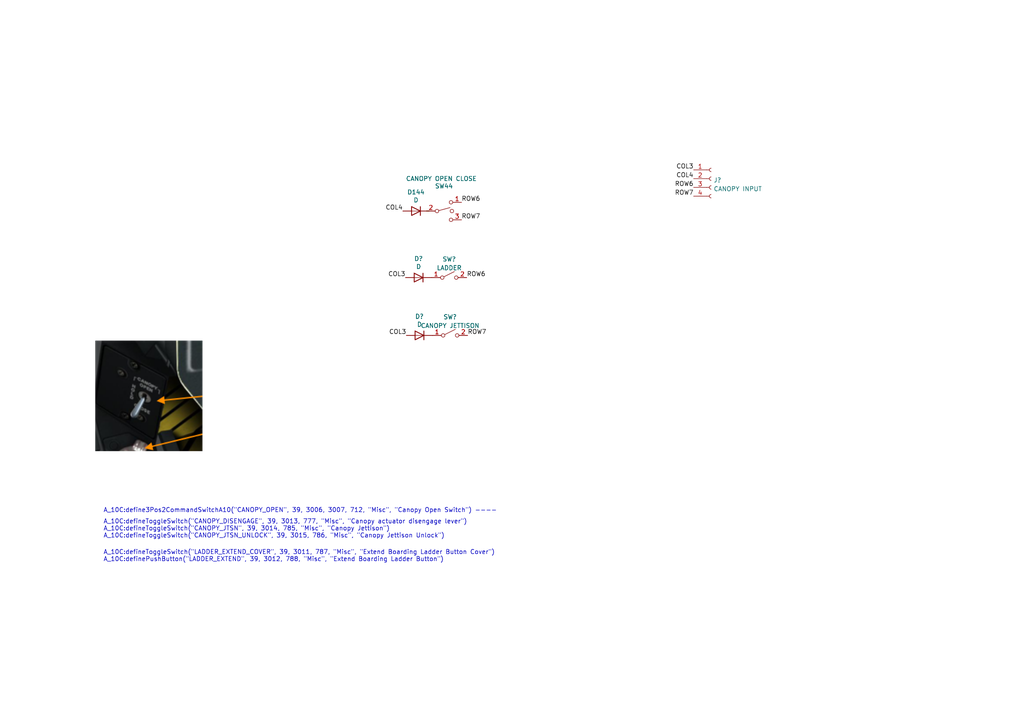
<source format=kicad_sch>
(kicad_sch (version 20230121) (generator eeschema)
  (paper "A4")
  (lib_symbols
    (symbol "Connector:Conn_01x04_Female" (pin_names (offset 1.016) hide)
      (property "Reference" "J" (at 0 5.08 0))
      (property "Value" "Conn_01x04_Female" (at 0 -7.62 0))
      (symbol "Conn_01x04_Female_1_1"
        (arc (start 0 -4.572) (mid -0.5058 -5.08) (end 0 -5.588) (stroke (width 0.1524)))
        (arc (start 0 -2.032) (mid -0.5058 -2.54) (end 0 -3.048) (stroke (width 0.1524)))
        (polyline (pts (xy -1.27 -5.08) (xy -0.508 -5.08)) (stroke (width 0.1524)))
        (polyline (pts (xy -1.27 -2.54) (xy -0.508 -2.54)) (stroke (width 0.1524)))
        (polyline (pts (xy -1.27 0) (xy -0.508 0)) (stroke (width 0.1524)))
        (polyline (pts (xy -1.27 2.54) (xy -0.508 2.54)) (stroke (width 0.1524)))
        (arc (start 0 0.508) (mid -0.5058 0) (end 0 -0.508) (stroke (width 0.1524)))
        (arc (start 0 3.048) (mid -0.5058 2.54) (end 0 2.032) (stroke (width 0.1524)))
        (pin passive line (at -5.08 2.54 0) (length 3.81) (name "Pin_1") (number "1"))
        (pin passive line (at -5.08 0 0) (length 3.81) (name "Pin_2") (number "2"))
        (pin passive line (at -5.08 -2.54 0) (length 3.81) (name "Pin_3") (number "3"))
        (pin passive line (at -5.08 -5.08 0) (length 3.81) (name "Pin_4") (number "4"))
      )
    )
    (symbol "Device:D" (pin_numbers hide) (pin_names (offset 1.016) hide)
      (property "Reference" "D" (at 0 2.54 0))
      (property "Value" "D" (at 0 -2.54 0))
      (symbol "D_0_1"
        (polyline (pts (xy -1.27 1.27) (xy -1.27 -1.27)) (stroke (width 0.254)))
        (polyline (pts (xy 1.27 0) (xy -1.27 0)))
        (polyline (pts (xy 1.27 1.27) (xy 1.27 -1.27) (xy -1.27 0) (xy 1.27 1.27)) (stroke (width 0.254)))
      )
      (symbol "D_1_1"
        (pin passive line (at -3.81 0 0) (length 2.54) (name "K") (number "1"))
        (pin passive line (at 3.81 0 180) (length 2.54) (name "A") (number "2"))
      )
    )
    (symbol "Switch:SW_SPDT_MSM" (pin_names (offset 0) hide)
      (property "Reference" "SW" (at 0 5.08 0))
      (property "Value" "SW_SPDT_MSM" (at 0 -5.08 0))
      (symbol "SW_SPDT_MSM_0_0"
        (circle (center -2.032 0) (radius 0.508))
        (polyline (pts (xy -1.524 0.127) (xy 1.778 1.016)))
        (circle (center 2.032 -2.54) (radius 0.508))
      )
      (symbol "SW_SPDT_MSM_0_1"
        (circle (center 2.032 2.54) (radius 0.508))
        (circle (center 2.286 0) (radius 0.508))
      )
      (symbol "SW_SPDT_MSM_1_1"
        (pin passive line (at 5.08 2.54 180) (length 2.54) (name "1") (number "1"))
        (pin passive line (at -5.08 0 0) (length 2.54) (name "2") (number "2"))
        (pin passive line (at 5.08 -2.54 180) (length 2.54) (name "3") (number "3"))
      )
    )
    (symbol "Switch:SW_SPST" (pin_names (offset 0) hide)
      (property "Reference" "SW" (at 0 3.175 0))
      (property "Value" "SW_SPST" (at 0 -2.54 0))
      (symbol "SW_SPST_0_0"
        (circle (center -2.032 0) (radius 0.508))
        (polyline (pts (xy -1.524 0.254) (xy 1.524 1.778)))
        (circle (center 2.032 0) (radius 0.508))
      )
      (symbol "SW_SPST_1_1"
        (pin passive line (at -5.08 0 0) (length 2.54) (name "A") (number "1"))
        (pin passive line (at 5.08 0 180) (length 2.54) (name "B") (number "2"))
      )
    )
  )
  (wire (pts (xy 124.46 61.214) (xy 123.698 61.214)))
  (image (at 43.18 114.808) (scale 2.29447))
  (text "A_10C:defineToggleSwitch(\"CANOPY_DISENGAGE\", 39, 3013, 777, \"Misc\", \"Canopy actuator disengage lever\")\nA_10C:defineToggleSwitch(\"CANOPY_JTSN\", 39, 3014, 785, \"Misc\", \"Canopy Jettison\")\nA_10C:defineToggleSwitch(\"CANOPY_JTSN_UNLOCK\", 39, 3015, 786, \"Misc\", \"Canopy Jettison Unlock\")" (at 29.972 156.21 0) (effects (font (size 1.27 1.27)) (justify left bottom)))
  (text "A_10C:defineToggleSwitch(\"LADDER_EXTEND_COVER\", 39, 3011, 787, \"Misc\", \"Extend Boarding Ladder Button Cover\")\nA_10C:definePushButton(\"LADDER_EXTEND\", 39, 3012, 788, \"Misc\", \"Extend Boarding Ladder Button\")" (at 29.972 163.068 0) (effects (font (size 1.27 1.27)) (justify left bottom)))
  (text "A_10C:define3Pos2CommandSwitchA10(\"CANOPY_OPEN\", 39, 3006, 3007, 712, \"Misc\", \"Canopy Open Switch\") ----" (at 29.972 148.844 0) (effects (font (size 1.27 1.27)) (justify left bottom)))
  (label "COL3" (at 117.856 97.282 180))
  (label "COL3" (at 201.168 49.276 180))
  (label "ROW6" (at 135.382 80.518 0))
  (label "ROW7" (at 135.636 97.282 0))
  (label "COL3" (at 117.602 80.518 180))
  (label "ROW6" (at 201.168 54.356 180))
  (label "COL4" (at 116.84 61.214 180))
  (label "ROW6" (at 133.858 58.674 0))
  (label "ROW7" (at 133.858 63.754 0))
  (label "COL4" (at 201.168 51.816 180))
  (label "ROW7" (at 201.168 56.896 180))
  (symbol (lib_id "Device:D") (at 121.412 80.518 0) (mirror y) (unit 1)
    (property "Reference" "D?" (at 121.412 75.0316 0))
    (property "Value" "D" (at 121.412 77.343 0))
    (property "Footprint" "PT_Library_v001:D_Signal_P7.62mm_Horizontal" (effects hide))
  )
  (symbol (lib_id "Switch:SW_SPST") (at 130.556 97.282 0) (unit 1)
    (property "Reference" "SW?" (at 130.556 91.9312 0))
    (property "Value" "CANOPY JETTISON" (at 130.556 94.4681 0))
  )
  (symbol (lib_id "Switch:SW_SPST") (at 130.302 80.518 0) (unit 1)
    (property "Reference" "SW?" (at 130.302 75.1672 0))
    (property "Value" "LADDER" (at 130.302 77.7041 0))
  )
  (symbol (lib_id "Connector:Conn_01x04_Female") (at 206.248 51.816 0) (unit 1)
    (property "Reference" "J?" (at 206.9592 52.2513 0) (effects (justify left)))
    (property "Value" "CANOPY INPUT" (at 206.9592 54.7882 0) (effects (justify left)))
  )
  (symbol (lib_id "Switch:SW_SPDT_MSM") (at 128.778 61.214 0) (unit 1)
    (property "Reference" "SW44" (at 128.778 53.975 0))
    (property "Value" "CANOPY OPEN CLOSE" (at 128.016 51.816 0))
    (property "Footprint" "PT_Library_v001:Molex_1x03_P2.54mm_Vertical" (effects hide))
  )
  (symbol (lib_id "Device:D") (at 121.666 97.282 0) (mirror y) (unit 1)
    (property "Reference" "D?" (at 121.666 91.7956 0))
    (property "Value" "D" (at 121.666 94.107 0))
    (property "Footprint" "PT_Library_v001:D_Signal_P7.62mm_Horizontal" (effects hide))
  )
  (symbol (lib_id "Device:D") (at 120.65 61.214 0) (mirror y) (unit 1)
    (property "Reference" "D144" (at 120.65 55.7276 0))
    (property "Value" "D" (at 120.65 58.039 0))
    (property "Footprint" "PT_Library_v001:D_Signal_P7.62mm_Horizontal" (effects hide))
  )
)
</source>
